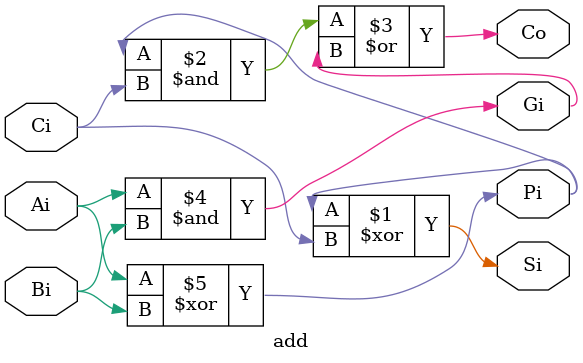
<source format=v>
`timescale 1ns / 1ps
module add(
    input Ai,
    input Bi,
    input Ci,
    output Si,
    output Co,
    output Gi,
    output Pi
    );
	
	assign Si = Pi ^ Ci;
	assign Co = (Pi & Ci) | Gi;
	assign Gi = Ai & Bi;
	assign Pi = Ai ^ Bi;

endmodule

</source>
